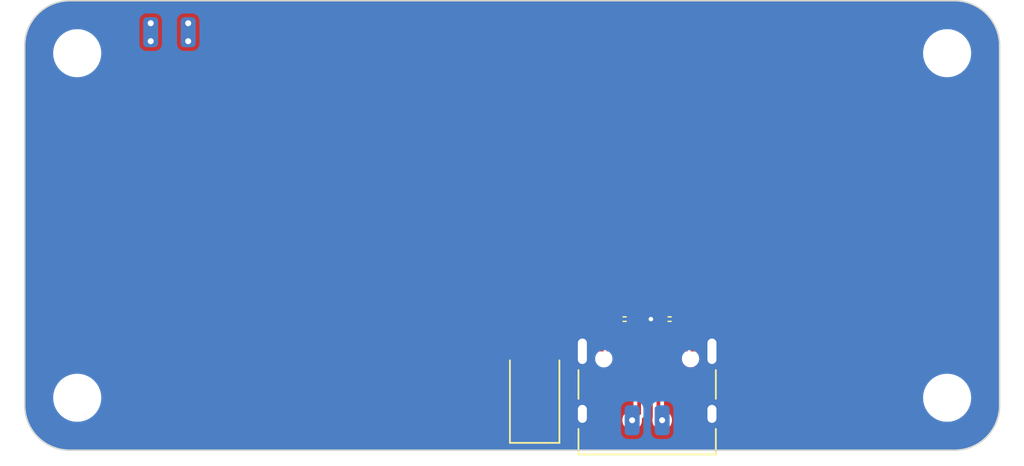
<source format=kicad_pcb>
(kicad_pcb (version 20221018) (generator pcbnew)
  (layers (0 "F.Cu" signal) (31 "B.Cu" signal) (34 "B.Paste" user) (35 "F.Paste" user) (36 "B.SilkS" user "B.Silkscreen") (37 "F.SilkS" user "F.Silkscreen") (38 "B.Mask" user) (39 "F.Mask" user) (44 "Edge.Cuts" user))
  (net 0 "")
  (net 1 "+5V")
  (net 2 "Net-(D1-A)")
  (net 3 "GND")
  (net 4 "Net-(J1-CC1)")
  (net 5 "Net-(J1-D+-PadA6)")
  (net 6 "Net-(J1-D--PadA7)")
  (net 8 "Net-(J1-CC2)")
  (footprint "AlphaLib:0402R" (layer "F.Cu") (at 93 71.25)
    (fp_text reference "R2" hide)
    (fp_text value "5.1kΩ")
    (fp_line (start 0.1 -0.15) (end -0.1 -0.15) (stroke (width 0.1)) (layer "F.SilkS"))
    (fp_line (start 0.1 0.15) (end -0.1 0.15) (stroke (width 0.1)) (layer "F.SilkS"))
    (pad "1" smd roundrect (at -0.5 0) (size 0.55 0.6) (layers "F.Cu" "F.Paste" "F.Mask") (roundrect_rratio 0.1818181818) (net 3 "GND"))
    (pad "2" smd roundrect (at 0.5 0) (size 0.55 0.6) (layers "F.Cu" "F.Paste" "F.Mask") (roundrect_rratio 0.1818181818) (net 8 "Net-(J1-CC2)"))
  )
  (footprint "MountingHole:MountingHole_2.7mm_M2.5" (layer "F.Cu") (at 111.5 76.5)
    (fp_text reference "H4" hide)
    (fp_text value "MountingHole")
    (pad "" np_thru_hole circle (at 0 0) (size 2.7 2.7) (drill 2.7) (layers "*.Cu" "*.Mask"))
  )
  (footprint "MountingHole:MountingHole_2.7mm_M2.5" (layer "F.Cu") (at 53.5 76.5)
    (fp_text reference "H2" hide)
    (fp_text value "MountingHole")
    (pad "" np_thru_hole circle (at 0 0) (size 2.7 2.7) (drill 2.7) (layers "*.Cu" "*.Mask"))
  )
  (footprint "MountingHole:MountingHole_2.7mm_M2.5" (layer "F.Cu") (at 111.5 53.5)
    (fp_text reference "H3" hide)
    (fp_text value "MountingHole")
    (pad "" np_thru_hole circle (at 0 0) (size 2.7 2.7) (drill 2.7) (layers "*.Cu" "*.Mask"))
  )
  (footprint "AlphaLib:0402R" (layer "F.Cu") (at 90 71.25)
    (fp_text reference "R1" hide)
    (fp_text value "5.1kΩ")
    (fp_line (start 0.1 -0.15) (end -0.1 -0.15) (stroke (width 0.1)) (layer "F.SilkS"))
    (fp_line (start 0.1 0.15) (end -0.1 0.15) (stroke (width 0.1)) (layer "F.SilkS"))
    (pad "1" smd roundrect (at -0.5 0) (size 0.55 0.6) (layers "F.Cu" "F.Paste" "F.Mask") (roundrect_rratio 0.1818181818) (net 3 "GND"))
    (pad "2" smd roundrect (at 0.5 0) (size 0.55 0.6) (layers "F.Cu" "F.Paste" "F.Mask") (roundrect_rratio 0.1818181818) (net 4 "Net-(J1-CC1)"))
  )
  (footprint "Diode_SMD:D_SMA" (layer "F.Cu") (at 84 76 90)
    (fp_text reference "D1" hide)
    (fp_text value "SS54")
    (fp_line (start -3.51 -1.65) (end -3.51 1.65) (stroke (width 0.12)) (layer "F.SilkS"))
    (fp_line (start -3.51 -1.65) (end 2 -1.65) (stroke (width 0.12)) (layer "F.SilkS"))
    (fp_line (start -3.51 1.65) (end 2 1.65) (stroke (width 0.12)) (layer "F.SilkS"))
    (pad "1" smd roundrect (at -2 0 90) (size 2.5 1.8) (layers "F.Cu" "F.Paste" "F.Mask") (roundrect_rratio 0.1388888889) (net 1 "+5V"))
    (pad "2" smd roundrect (at 2 0 90) (size 2.5 1.8) (layers "F.Cu" "F.Paste" "F.Mask") (roundrect_rratio 0.1388888889) (net 2 "Net-(D1-A)"))
  )
  (footprint "corevus:USB_Type-C_16p" (layer "F.Cu") (at 91.5 76.5)
    (fp_text reference "J1" hide)
    (fp_text value "USB 2.0")
    (fp_line (start -4.58 -1.85) (end -4.58 0.07) (stroke (width 0.12)) (layer "F.SilkS"))
    (fp_line (start -4.58 3.785) (end -4.58 2.08) (stroke (width 0.12)) (layer "F.SilkS"))
    (fp_line (start 4.58 0.07) (end 4.58 -1.85) (stroke (width 0.12)) (layer "F.SilkS"))
    (fp_line (start 4.58 2.08) (end 4.58 3.785) (stroke (width 0.12)) (layer "F.SilkS"))
    (fp_line (start 4.58 3.785) (end -4.58 3.785) (stroke (width 0.12)) (layer "F.SilkS"))
    (pad "" np_thru_hole circle (at -2.89 -2.605) (size 0.65 0.65) (drill 0.65) (layers "*.Cu" "*.Mask"))
    (pad "" np_thru_hole circle (at 2.89 -2.605) (size 0.65 0.65) (drill 0.65) (layers "*.Cu" "*.Mask"))
    (pad "A1" smd rect (at -3.35 -3.67) (size 0.3 1.15) (layers "F.Cu" "F.Paste" "F.Mask") (net 3 "GND"))
    (pad "A4" smd rect (at -2.55 -3.67) (size 0.3 1.15) (layers "F.Cu" "F.Paste" "F.Mask") (net 2 "Net-(D1-A)"))
    (pad "A5" smd rect (at -1.25 -3.67) (size 0.3 1.15) (layers "F.Cu" "F.Paste" "F.Mask") (net 4 "Net-(J1-CC1)"))
    (pad "A6" smd rect (at -0.25 -3.67) (size 0.3 1.15) (layers "F.Cu" "F.Paste" "F.Mask") (net 5 "Net-(J1-D+-PadA6)"))
    (pad "A7" smd rect (at 0.25 -3.67) (size 0.3 1.15) (layers "F.Cu" "F.Paste" "F.Mask") (net 6 "Net-(J1-D--PadA7)"))
    (pad "A8" smd rect (at 1.25 -3.67) (size 0.3 1.15) (layers "F.Cu" "F.Paste" "F.Mask"))
    (pad "A9" smd rect (at 2.55 -3.67) (size 0.3 1.15) (layers "F.Cu" "F.Paste" "F.Mask") (net 2 "Net-(D1-A)"))
    (pad "A12" smd rect (at 3.35 -3.67) (size 0.3 1.15) (layers "F.Cu" "F.Paste" "F.Mask") (net 3 "GND"))
    (pad "B1" smd rect (at 3.05 -3.67) (size 0.3 1.15) (layers "F.Cu" "F.Paste" "F.Mask") (net 3 "GND"))
    (pad "B4" smd rect (at 2.25 -3.67) (size 0.3 1.15) (layers "F.Cu" "F.Paste" "F.Mask") (net 2 "Net-(D1-A)"))
    (pad "B5" smd rect (at 1.75 -3.67) (size 0.3 1.15) (layers "F.Cu" "F.Paste" "F.Mask") (net 8 "Net-(J1-CC2)"))
    (pad "B6" smd rect (at 0.75 -3.67) (size 0.3 1.15) (layers "F.Cu" "F.Paste" "F.Mask") (net 5 "Net-(J1-D+-PadA6)"))
    (pad "B7" smd rect (at -0.75 -3.67) (size 0.3 1.15) (layers "F.Cu" "F.Paste" "F.Mask") (net 6 "Net-(J1-D--PadA7)"))
    (pad "B8" smd rect (at -1.75 -3.67) (size 0.3 1.15) (layers "F.Cu" "F.Paste" "F.Mask"))
    (pad "B9" smd rect (at -2.25 -3.67) (size 0.3 1.15) (layers "F.Cu" "F.Paste" "F.Mask") (net 2 "Net-(D1-A)"))
    (pad "B12" smd rect (at -3.05 -3.67) (size 0.3 1.15) (layers "F.Cu" "F.Paste" "F.Mask") (net 3 "GND"))
    (pad "S1" thru_hole oval (at -4.32 -3.105) (size 1 2.1) (drill oval 0.6 1.7) (layers "*.Cu" "*.Mask") (net 3 "GND"))
    (pad "S1" thru_hole oval (at -4.32 1.075) (size 1 1.6) (drill oval 0.6 1.2) (layers "*.Cu" "*.Mask") (net 3 "GND"))
    (pad "S1" thru_hole oval (at 4.32 -3.105) (size 1 2.1) (drill oval 0.6 1.7) (layers "*.Cu" "*.Mask") (net 3 "GND"))
    (pad "S1" thru_hole oval (at 4.32 1.075) (size 1 1.6) (drill oval 0.6 1.2) (layers "*.Cu" "*.Mask") (net 3 "GND"))
  )
  (footprint "MountingHole:MountingHole_2.7mm_M2.5" (layer "F.Cu") (at 53.5 53.5)
    (fp_text reference "H1" hide)
    (fp_text value "MountingHole")
    (pad "" np_thru_hole circle (at 0 0) (size 2.7 2.7) (drill 2.7) (layers "*.Cu" "*.Mask"))
  )
  (footprint "corevus:LGA_Land_2mm" (layer "B.Cu") (at 92.5 78 180)
    (fp_text reference "T5" hide)
    (fp_text value "D+")
    (pad "1" smd roundrect (at 0 0 180) (size 1 2) (layers "B.Cu" "B.Mask") (net 5 "Net-(J1-D+-PadA6)"))
  )
  (footprint "corevus:LGA_Land_2mm" (layer "B.Cu") (at 89 78 180)
    (fp_text reference "T6" hide)
    (fp_text value "Gnd")
    (pad "1" smd roundrect (at 0 0 180) (size 1 2) (layers "B.Cu" "B.Mask") (net 3 "GND"))
  )
  (footprint "corevus:LGA_Land_2mm" (layer "B.Cu") (at 58.4 52.1 180)
    (fp_text reference "T1" hide)
    (fp_text value "5V")
    (pad "1" smd roundrect (at 0 0 180) (size 1 2) (layers "B.Cu" "B.Mask") (net 1 "+5V"))
  )
  (footprint "corevus:LGA_Land_2mm" (layer "B.Cu") (at 90.5 78 180)
    (fp_text reference "T4" hide)
    (fp_text value "D-")
    (pad "1" smd roundrect (at 0 0 180) (size 1 2) (layers "B.Cu" "B.Mask") (net 6 "Net-(J1-D--PadA7)"))
  )
  (footprint "corevus:LGA_Land_2mm" (layer "B.Cu") (at 60.9 52.1 180)
    (fp_text reference "T2" hide)
    (fp_text value "5V")
    (pad "1" smd roundrect (at 0 0 180) (size 1 2) (layers "B.Cu" "B.Mask") (net 1 "+5V"))
  )
  (footprint "corevus:LGA_Land_2mm" (layer "B.Cu") (at 63.5 52.1 180)
    (fp_text reference "T3" hide)
    (fp_text value "Gnd")
    (pad "1" smd roundrect (at 0 0 180) (size 1 2) (layers "B.Cu" "B.Mask") (net 3 "GND"))
  )
  (gr_line (start 50 53) (end 50 77) (stroke (width 0.1)) (layer "Edge.Cuts"))
  (gr_line (start 115 53) (end 115 77) (stroke (width 0.1)) (layer "Edge.Cuts"))
  (gr_line (start 112 80) (end 53 80) (stroke (width 0.1)) (layer "Edge.Cuts"))
  (gr_line (start 53 50) (end 112 50) (stroke (width 0.1)) (layer "Edge.Cuts"))
  (gr_arc (start 53 80) (mid 50.87868 79.12132) (end 50 77) (stroke (width 0.1)) (layer "Edge.Cuts"))
  (gr_arc (start 112 50) (mid 114.12132 50.87868) (end 115 53) (stroke (width 0.1)) (layer "Edge.Cuts"))
  (gr_arc (start 115 77) (mid 114.12132 79.12132) (end 112 80) (stroke (width 0.1)) (layer "Edge.Cuts"))
  (gr_arc (start 50 53) (mid 50.87868 50.87868) (end 53 50) (stroke (width 0.1)) (layer "Edge.Cuts"))
  (via (at 60.9 51.5) (size 0.8) (drill 0.4) (layers "F.Cu" "B.Cu") (net 1))
  (via (at 58.4 51.5) (size 0.8) (drill 0.4) (layers "F.Cu" "B.Cu") (net 1))
  (via (at 58.4 52.7) (size 0.8) (drill 0.4) (layers "F.Cu" "B.Cu") (net 1))
  (via (at 60.9 52.7) (size 0.8) (drill 0.4) (layers "F.Cu" "B.Cu") (net 1))
  (segment (start 87.375 70.625) (end 93.851042 70.625) (width 0.25) (layer "F.Cu") (net 2))
  (segment (start 84.764911 74.764911) (end 84 74) (width 0.25) (layer "F.Cu") (net 2))
  (segment (start 84 74) (end 87.375 70.625) (width 0.25) (layer "F.Cu") (net 2))
  (segment (start 89.31 74.184949) (end 88.730038 74.764911) (width 0.25) (layer "F.Cu") (net 2))
  (segment (start 93.851042 70.625) (end 94.1 70.873958) (width 0.25) (layer "F.Cu") (net 2))
  (segment (start 88.730038 74.764911) (end 84.764911 74.764911) (width 0.25) (layer "F.Cu") (net 2))
  (segment (start 94.1 71.626042) (end 94.05 71.676042) (width 0.25) (layer "F.Cu") (net 2))
  (segment (start 89.31 73.605051) (end 89.31 74.184949) (width 0.25) (layer "F.Cu") (net 2))
  (segment (start 94.05 71.676042) (end 94.05 72.83) (width 0.25) (layer "F.Cu") (net 2))
  (segment (start 94.1 70.873958) (end 94.1 71.626042) (width 0.25) (layer "F.Cu") (net 2))
  (segment (start 89.25 72.83) (end 89.25 73.545051) (width 0.25) (layer "F.Cu") (net 2))
  (segment (start 89.25 73.545051) (end 89.31 73.605051) (width 0.25) (layer "F.Cu") (net 2))
  (segment (start 94.85 72.83) (end 95.255 72.83) (width 0.25) (layer "F.Cu") (net 3))
  (segment (start 95.255 72.83) (end 95.82 73.395) (width 0.25) (layer "F.Cu") (net 3))
  (segment (start 89.5 71.25) (end 89.225 71.25) (width 0.25) (layer "F.Cu") (net 3))
  (segment (start 88.45 72.025) (end 88.45 72.83) (width 0.25) (layer "F.Cu") (net 3))
  (segment (start 89.225 71.25) (end 88.45 72.025) (width 0.25) (layer "F.Cu") (net 3))
  (segment (start 92.5 71.25) (end 91.75 71.25) (width 0.25) (layer "F.Cu") (net 3))
  (segment (start 88.15 72.83) (end 87.745 72.83) (width 0.25) (layer "F.Cu") (net 3))
  (segment (start 87.745 72.83) (end 87.18 73.395) (width 0.25) (layer "F.Cu") (net 3))
  (via (at 91.75 71.25) (size 0.5) (drill 0.3) (layers "F.Cu" "B.Cu") (net 3))
  (segment (start 90.25 72.83) (end 90.25 71.5) (width 0.25) (layer "F.Cu") (net 4))
  (segment (start 90.25 71.5) (end 90.5 71.25) (width 0.25) (layer "F.Cu") (net 4))
  (segment (start 91.25 72.83) (end 91.25 72.14538) (width 0.25) (layer "F.Cu") (net 5))
  (segment (start 91.25 72.14538) (end 91.46538 71.93) (width 0.25) (layer "F.Cu") (net 5))
  (segment (start 92.25 72.14538) (end 92.25 72.83) (width 0.25) (layer "F.Cu") (net 5))
  (segment (start 92.03462 71.93) (end 92.25 72.14538) (width 0.25) (layer "F.Cu") (net 5))
  (segment (start 92.25 77.75) (end 92.5 78) (width 0.25) (layer "F.Cu") (net 5))
  (segment (start 91.46538 71.93) (end 92.03462 71.93) (width 0.25) (layer "F.Cu") (net 5))
  (segment (start 92.25 72.83) (end 92.25 77.75) (width 0.25) (layer "F.Cu") (net 5))
  (via (at 92.5 78) (size 0.8) (drill 0.4) (layers "F.Cu" "B.Cu") (net 5))
  (segment (start 90.96538 73.73) (end 91.53462 73.73) (width 0.25) (layer "F.Cu") (net 6))
  (segment (start 90.96538 77.53462) (end 90.5 78) (width 0.25) (layer "F.Cu") (net 6))
  (segment (start 90.96538 73.73) (end 90.96538 77.53462) (width 0.25) (layer "F.Cu") (net 6))
  (segment (start 91.75 73.51462) (end 91.75 72.83) (width 0.25) (layer "F.Cu") (net 6))
  (segment (start 91.53462 73.73) (end 91.75 73.51462) (width 0.25) (layer "F.Cu") (net 6))
  (segment (start 90.75 72.83) (end 90.75 73.51462) (width 0.25) (layer "F.Cu") (net 6))
  (segment (start 90.75 73.51462) (end 90.96538 73.73) (width 0.25) (layer "F.Cu") (net 6))
  (via (at 90.5 78) (size 0.8) (drill 0.4) (layers "F.Cu" "B.Cu") (net 6))
  (segment (start 93.25 71.5) (end 93.25 72.83) (width 0.25) (layer "F.Cu") (net 8))
  (segment (start 93.5 71.25) (end 93.25 71.5) (width 0.25) (layer "F.Cu") (net 8))
  (zone (net 0) (net_name "") (layer "F.Cu") (connect_pads (clearance 0)) (min_thickness 0.25)
    (keepout (tracks not_allowed) (vias not_allowed) (pads not_allowed) (copperpour not_allowed) (footprints allowed))
    (fill (thermal_gap 0.5) (thermal_bridge_width 0.5))
    (polygon (pts (xy 50 56.999999) (xy 54.999999 57) (xy 57 54.999999) (xy 56.999999 50) (xy 50 50)))
  )
  (zone (net 0) (net_name "") (layer "F.Cu") (connect_pads (clearance 0)) (min_thickness 0.25)
    (keepout (tracks not_allowed) (vias not_allowed) (pads not_allowed) (copperpour not_allowed) (footprints allowed))
    (fill (thermal_gap 0.5) (thermal_bridge_width 0.5))
    (polygon (pts (xy 115 73) (xy 110 73) (xy 108 75) (xy 108 80) (xy 115 80)))
  )
  (zone (net 0) (net_name "") (layer "F.Cu") (connect_pads (clearance 0)) (min_thickness 0.25)
    (keepout (tracks not_allowed) (vias not_allowed) (pads not_allowed) (copperpour not_allowed) (footprints allowed))
    (fill (thermal_gap 0.5) (thermal_bridge_width 0.5))
    (polygon (pts (xy 57 80) (xy 57 75) (xy 55 73) (xy 50 73) (xy 50.000001 80)))
  )
  (zone (net 0) (net_name "") (layer "F.Cu") (connect_pads (clearance 0)) (min_thickness 0.25)
    (keepout (tracks not_allowed) (vias not_allowed) (pads not_allowed) (copperpour not_allowed) (footprints allowed))
    (fill (thermal_gap 0.5) (thermal_bridge_width 0.5))
    (polygon (pts (xy 108 50) (xy 108 55) (xy 110 57) (xy 115 57) (xy 114.999999 50)))
  )
  (zone (net 1) (net_name "+5V") (layer "F.Cu") (connect_pads yes (clearance 0.25)) (min_thickness 0.25) (fill yes (thermal_gap 0) (thermal_bridge_width 0.5))
    (polygon (pts (xy 115 50) (xy 115 80) (xy 50 80) (xy 50 50)))
  )
  (zone (net 3) (net_name "GND") (layer "B.Cu") (connect_pads yes (clearance 0.25)) (min_thickness 0.25) (fill yes (thermal_gap 0) (thermal_bridge_width 0.5))
    (polygon (pts (xy 115 50) (xy 115 80) (xy 50 80) (xy 50 50)))
  )
)
</source>
